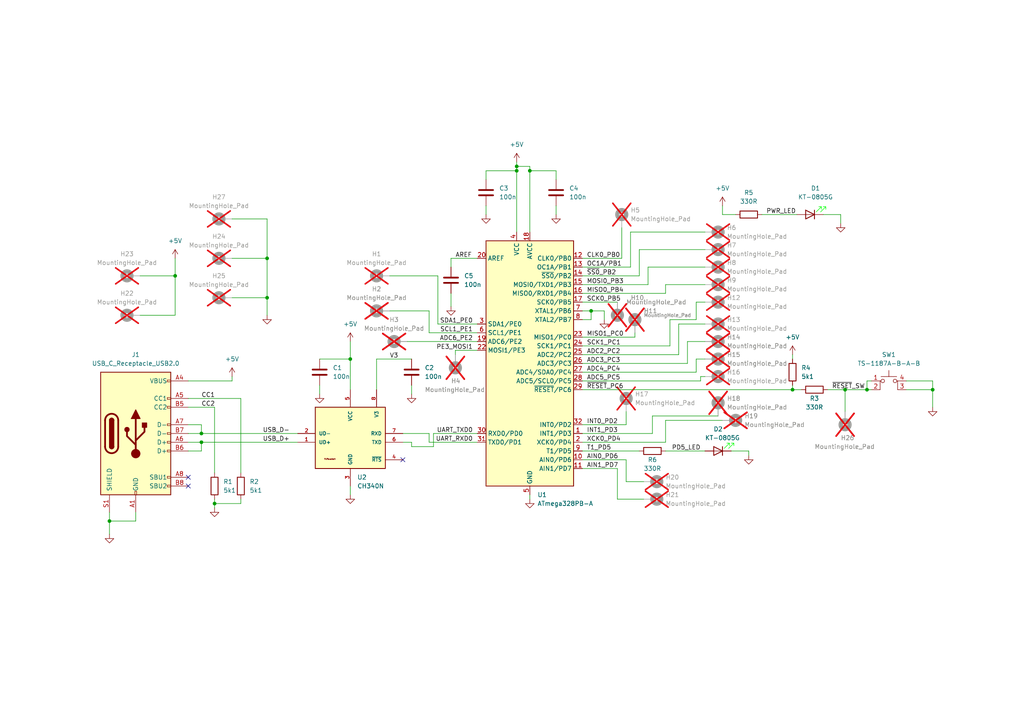
<source format=kicad_sch>
(kicad_sch (version 20231120) (generator "eeschema") (generator_version "8.0")
  (paper "A4")
  (lib_symbols
    (symbol "Connector:USB_C_Receptacle_USB2.0" (pin_names (offset 1.016))
      (property "Reference" "J" (at -10.16 19.05 0))
      (property "Value" "USB_C_Receptacle_USB2.0" (at 19.05 19.05 0))
      (symbol "USB_C_Receptacle_USB2.0_0_0"
        (rectangle (start -0.254 -17.78) (end 0.254 -16.764))
        (rectangle (start 10.16 -14.986) (end 9.144 -15.494))
        (rectangle (start 10.16 -12.446) (end 9.144 -12.954))
        (rectangle (start 10.16 -4.826) (end 9.144 -5.334))
        (rectangle (start 10.16 -2.286) (end 9.144 -2.794))
        (rectangle (start 10.16 0.254) (end 9.144 -0.254))
        (rectangle (start 10.16 2.794) (end 9.144 2.286))
        (rectangle (start 10.16 7.874) (end 9.144 7.366))
        (rectangle (start 10.16 10.414) (end 9.144 9.906))
        (rectangle (start 10.16 15.494) (end 9.144 14.986))
      )
      (symbol "USB_C_Receptacle_USB2.0_0_1"
        (rectangle (start -10.16 17.78) (end 10.16 -17.78) (stroke (width 0.254)) (fill (type background)))
        (arc (start -8.89 -3.81) (mid -6.985 -5.7067) (end -5.08 -3.81) (stroke (width 0.508)))
        (arc (start -7.62 -3.81) (mid -6.985 -4.4423) (end -6.35 -3.81) (stroke (width 0.254)))
        (arc (start -7.62 -3.81) (mid -6.985 -4.4423) (end -6.35 -3.81) (stroke (width 0.254)) (fill (type outline)))
        (rectangle (start -7.62 -3.81) (end -6.35 3.81) (stroke (width 0.254)) (fill (type outline)))
        (arc (start -6.35 3.81) (mid -6.985 4.4423) (end -7.62 3.81) (stroke (width 0.254)))
        (arc (start -6.35 3.81) (mid -6.985 4.4423) (end -7.62 3.81) (stroke (width 0.254)) (fill (type outline)))
        (arc (start -5.08 3.81) (mid -6.985 5.7067) (end -8.89 3.81) (stroke (width 0.508)))
        (circle (center -2.54 1.143) (radius 0.635) (stroke (width 0.254)) (fill (type outline)))
        (circle (center 0 -5.842) (radius 1.27) (fill (type outline)))
        (polyline (pts (xy -8.89 -3.81) (xy -8.89 3.81)) (stroke (width 0.508)))
        (polyline (pts (xy -5.08 3.81) (xy -5.08 -3.81)) (stroke (width 0.508)))
        (polyline (pts (xy 0 -5.842) (xy 0 4.318)) (stroke (width 0.508)))
        (polyline (pts (xy 0 -3.302) (xy -2.54 -0.762) (xy -2.54 0.508)) (stroke (width 0.508)))
        (polyline (pts (xy 0 -2.032) (xy 2.54 0.508) (xy 2.54 1.778)) (stroke (width 0.508)))
        (polyline (pts (xy -1.27 4.318) (xy 0 6.858) (xy 1.27 4.318) (xy -1.27 4.318)) (stroke (width 0.254)) (fill (type outline)))
        (rectangle (start 1.905 1.778) (end 3.175 3.048) (stroke (width 0.254)) (fill (type outline)))
      )
      (symbol "USB_C_Receptacle_USB2.0_1_1"
        (pin passive line (at 0 -22.86 90) (length 5.08) (name "GND") (number "A1"))
        (pin passive line (at 0 -22.86 90) (length 5.08) hide (name "GND") (number "A12"))
        (pin passive line (at 15.24 15.24 180) (length 5.08) (name "VBUS") (number "A4"))
        (pin bidirectional line (at 15.24 10.16 180) (length 5.08) (name "CC1") (number "A5"))
        (pin bidirectional line (at 15.24 -2.54 180) (length 5.08) (name "D+") (number "A6"))
        (pin bidirectional line (at 15.24 2.54 180) (length 5.08) (name "D-") (number "A7"))
        (pin bidirectional line (at 15.24 -12.7 180) (length 5.08) (name "SBU1") (number "A8"))
        (pin passive line (at 15.24 15.24 180) (length 5.08) hide (name "VBUS") (number "A9"))
        (pin passive line (at 0 -22.86 90) (length 5.08) hide (name "GND") (number "B1"))
        (pin passive line (at 0 -22.86 90) (length 5.08) hide (name "GND") (number "B12"))
        (pin passive line (at 15.24 15.24 180) (length 5.08) hide (name "VBUS") (number "B4"))
        (pin bidirectional line (at 15.24 7.62 180) (length 5.08) (name "CC2") (number "B5"))
        (pin bidirectional line (at 15.24 -5.08 180) (length 5.08) (name "D+") (number "B6"))
        (pin bidirectional line (at 15.24 0 180) (length 5.08) (name "D-") (number "B7"))
        (pin bidirectional line (at 15.24 -15.24 180) (length 5.08) (name "SBU2") (number "B8"))
        (pin passive line (at 15.24 15.24 180) (length 5.08) hide (name "VBUS") (number "B9"))
        (pin passive line (at -7.62 -22.86 90) (length 5.08) (name "SHIELD") (number "S1"))
      )
    )
    (symbol "Device:C" (pin_numbers hide) (pin_names (offset 0.254))
      (property "Reference" "C" (at 0.635 2.54 0))
      (property "Value" "C" (at 0.635 -2.54 0))
      (symbol "C_0_1"
        (polyline (pts (xy -2.032 -0.762) (xy 2.032 -0.762)) (stroke (width 0.508)))
        (polyline (pts (xy -2.032 0.762) (xy 2.032 0.762)) (stroke (width 0.508)))
      )
      (symbol "C_1_1"
        (pin passive line (at 0 3.81 270) (length 2.794) (name "~") (number "1"))
        (pin passive line (at 0 -3.81 90) (length 2.794) (name "~") (number "2"))
      )
    )
    (symbol "Device:R" (pin_numbers hide) (pin_names (offset 0))
      (property "Reference" "R" (at 2.032 0 90))
      (property "Value" "R" (at 0 0 90))
      (symbol "R_0_1"
        (rectangle (start -1.016 -2.54) (end 1.016 2.54) (stroke (width 0.254)))
      )
      (symbol "R_1_1"
        (pin passive line (at 0 3.81 270) (length 1.27) (name "~") (number "1"))
        (pin passive line (at 0 -3.81 90) (length 1.27) (name "~") (number "2"))
      )
    )
    (symbol "LED_1" (pin_numbers hide) (pin_names (offset 1.016) hide)
      (property "Reference" "D1" (at -1.5875 -7.62 0))
      (property "Value" "KT-0805G" (at -1.5875 -5.08 0))
      (symbol "LED_1_0_1"
        (polyline (pts (xy -1.27 -1.27) (xy -1.27 1.27)) (stroke (width 0.254)))
        (polyline (pts (xy -1.27 0) (xy 1.27 0)))
        (polyline (pts (xy 1.27 -1.27) (xy 1.27 1.27) (xy -1.27 0) (xy 1.27 -1.27)) (stroke (width 0.254)))
      )
      (symbol "LED_1_1_1"
        (polyline (pts (xy -3.048 -0.762) (xy -4.572 -2.286) (xy -3.81 -2.286) (xy -4.572 -2.286) (xy -4.572 -1.524)) (stroke (width 0) (color 0 255 0 1)))
        (polyline (pts (xy -1.778 -0.762) (xy -3.302 -2.286) (xy -2.54 -2.286) (xy -3.302 -2.286) (xy -3.302 -1.524)) (stroke (width 0) (color 0 255 0 1)))
        (pin passive line (at -3.81 0 0) (length 2.54) (name "K") (number "1"))
        (pin passive line (at 3.81 0 180) (length 2.54) (name "A") (number "2"))
      )
    )
    (symbol "Mechanical:MountingHole_Pad" (pin_numbers hide) (pin_names (offset 1.016) hide)
      (property "Reference" "H" (at 0 6.35 0))
      (property "Value" "MountingHole_Pad" (at 0 4.445 0))
      (symbol "MountingHole_Pad_0_1"
        (circle (center 0 1.27) (radius 1.27) (stroke (width 1.27)))
      )
      (symbol "MountingHole_Pad_1_1"
        (pin input line (at 0 -2.54 90) (length 2.54) (name "1") (number "1"))
      )
    )
    (symbol "Switch:SW_MEC_5E" (pin_names (offset 1.016) hide)
      (property "Reference" "SW" (at 0.635 5.715 0))
      (property "Value" "SW_MEC_5E" (at 0 -3.175 0))
      (symbol "SW_MEC_5E_0_1"
        (circle (center -1.778 2.54) (radius 0.508))
        (polyline (pts (xy -2.286 3.81) (xy 2.286 3.81)))
        (polyline (pts (xy 0 3.81) (xy 0 5.588)))
        (polyline (pts (xy -2.54 0) (xy -2.54 2.54) (xy -2.286 2.54)))
        (polyline (pts (xy 2.54 0) (xy 2.54 2.54) (xy 2.286 2.54)))
        (circle (center 1.778 2.54) (radius 0.508))
        (pin passive line (at -5.08 2.54 0) (length 2.54) (name "1") (number "1"))
        (pin passive line (at -5.08 0 0) (length 2.54) (name "2") (number "2"))
        (pin passive line (at 5.08 0 180) (length 2.54) (name "K") (number "3"))
        (pin passive line (at 5.08 2.54 180) (length 2.54) (name "A") (number "4"))
      )
    )
    (symbol "arduinomethyste:ATmega328PB-A"
      (property "Reference" "U" (at -12.7 36.83 0))
      (property "Value" "ATmega328PB-A" (at 2.54 -36.83 0))
      (symbol "ATmega328PB-A_0_1"
        (rectangle (start -12.7 35.56) (end 12.7 -35.56) (stroke (width 0.254)) (fill (type background)))
      )
      (symbol "ATmega328PB-A_1_1"
        (pin bidirectional line (at 15.24 -20.32 180) (length 2.54) (name "INT1/PD3") (number "1"))
        (pin bidirectional line (at 15.24 -27.94 180) (length 2.54) (name "AIN0/PD6") (number "10"))
        (pin bidirectional line (at 15.24 -30.48 180) (length 2.54) (name "AIN1/PD7") (number "11"))
        (pin bidirectional line (at 15.24 30.48 180) (length 2.54) (name "CLK0/PB0") (number "12"))
        (pin bidirectional line (at 15.24 27.94 180) (length 2.54) (name "OC1A/PB1") (number "13"))
        (pin bidirectional line (at 15.24 25.4 180) (length 2.54) (name "~{SS0}/PB2") (number "14"))
        (pin bidirectional line (at 15.24 22.86 180) (length 2.54) (name "MOSI0/TXD1/PB3") (number "15"))
        (pin bidirectional line (at 15.24 20.32 180) (length 2.54) (name "MISO0/RXD1/PB4") (number "16"))
        (pin bidirectional line (at 15.24 17.78 180) (length 2.54) (name "SCK0/PB5") (number "17"))
        (pin power_in line (at 0 38.1 270) (length 2.54) (name "AVCC") (number "18"))
        (pin bidirectional line (at -15.24 6.35 0) (length 2.54) (name "ADC6/PE2") (number "19"))
        (pin bidirectional line (at 15.24 -22.86 180) (length 2.54) (name "XCK0/PD4") (number "2"))
        (pin passive line (at -15.24 30.48 0) (length 2.54) (name "AREF") (number "20"))
        (pin passive line (at 0 -38.1 90) (length 2.54) hide (name "GND") (number "21"))
        (pin bidirectional line (at -15.24 3.81 0) (length 2.54) (name "MOSI1/PE3") (number "22"))
        (pin bidirectional line (at 15.24 7.62 180) (length 2.54) (name "MISO1/PC0") (number "23"))
        (pin bidirectional line (at 15.24 5.08 180) (length 2.54) (name "SCK1/PC1") (number "24"))
        (pin bidirectional line (at 15.24 2.54 180) (length 2.54) (name "ADC2/PC2") (number "25"))
        (pin bidirectional line (at 15.24 0 180) (length 2.54) (name "ADC3/PC3") (number "26"))
        (pin bidirectional line (at 15.24 -2.54 180) (length 2.54) (name "ADC4/SDA0/PC4") (number "27"))
        (pin bidirectional line (at 15.24 -5.08 180) (length 2.54) (name "ADC5/SCL0/PC5") (number "28"))
        (pin bidirectional line (at 15.24 -7.62 180) (length 2.54) (name "~{RESET}/PC6") (number "29"))
        (pin bidirectional line (at -15.24 11.43 0) (length 2.54) (name "SDA1/PE0") (number "3"))
        (pin bidirectional line (at -15.24 -20.32 0) (length 2.54) (name "RXD0/PD0") (number "30"))
        (pin bidirectional line (at -15.24 -22.86 0) (length 2.54) (name "TXD0/PD1") (number "31"))
        (pin bidirectional line (at 15.24 -17.78 180) (length 2.54) (name "INT0/PD2") (number "32"))
        (pin power_in line (at -3.81 38.1 270) (length 2.54) (name "VCC") (number "4"))
        (pin power_in line (at 0 -38.1 90) (length 2.54) (name "GND") (number "5"))
        (pin bidirectional line (at -15.24 8.89 0) (length 2.54) (name "SCL1/PE1") (number "6"))
        (pin bidirectional line (at 15.24 15.24 180) (length 2.54) (name "XTAL1/PB6") (number "7"))
        (pin bidirectional line (at 15.24 12.7 180) (length 2.54) (name "XTAL2/PB7") (number "8"))
        (pin bidirectional line (at 15.24 -25.4 180) (length 2.54) (name "T1/PD5") (number "9"))
      )
    )
    (symbol "arduinomethyste:CH340N" (pin_names (offset 1.016))
      (property "Reference" "U" (at -12.7 12.7 0))
      (property "Value" "CH340N" (at -12.7 -12.7 0))
      (symbol "CH340N_0_0"
        (rectangle (start -10.16 -7.62) (end 10.16 10.16) (stroke (width 0.254)) (fill (type background)))
        (text "M.Rouabah" (at -7.62 -5.08 0) (effects (font (size 0.4064 0.4064)) (justify left bottom)))
        (pin bidirectional line (at -15.24 0 0) (length 5.08) (name "UD+") (number "1"))
        (pin bidirectional line (at -15.24 2.54 0) (length 5.08) (name "UD-") (number "2"))
        (pin power_in line (at 0 -12.7 90) (length 5.08) (name "GND") (number "3"))
        (pin output line (at 15.24 -5.08 180) (length 5.08) (name "~{RTS}") (number "4"))
        (pin power_in line (at 0 15.24 270) (length 5.08) (name "VCC") (number "5"))
        (pin output line (at 15.24 0 180) (length 5.08) (name "TXD") (number "6"))
        (pin input line (at 15.24 2.54 180) (length 5.08) (name "RXD") (number "7"))
        (pin power_in line (at 7.62 15.24 270) (length 5.08) (name "V3") (number "8"))
      )
    )
    (symbol "power:+5V" (power) (pin_names (offset 0))
      (property "Value" "+5V" (at 0 3.556 0))
      (symbol "+5V_0_1"
        (polyline (pts (xy -0.762 1.27) (xy 0 2.54)))
        (polyline (pts (xy 0 0) (xy 0 2.54)))
        (polyline (pts (xy 0 2.54) (xy 0.762 1.27)))
      )
      (symbol "+5V_1_1"
        (pin power_in line (at 0 0 90) (length 0) hide (name "+5V") (number "1"))
      )
    )
    (symbol "power:GND" (power) (pin_names (offset 0))
      (property "Value" "GND" (at 0 -3.81 0))
      (symbol "GND_0_1"
        (polyline (pts (xy 0 0) (xy 0 -1.27) (xy 1.27 -1.27) (xy 0 -2.54) (xy -1.27 -1.27) (xy 0 -1.27)))
      )
      (symbol "GND_1_1"
        (pin power_in line (at 0 0 270) (length 0) hide (name "GND") (number "1"))
      )
    )
  )
  (junction (at 245.11 113.03))
  (junction (at 77.47 86.36))
  (junction (at 62.23 146.05))
  (junction (at 149.86 48.26))
  (junction (at 149.86 49.53))
  (junction (at 270.51 113.03))
  (junction (at 229.87 113.03))
  (junction (at 58.42 125.73))
  (junction (at 153.67 49.53))
  (junction (at 101.6 104.14))
  (junction (at 58.42 128.27))
  (junction (at 31.75 151.13))
  (junction (at 50.8 80.01))
  (junction (at 77.47 74.93))
  (junction (at 251.46 113.03))
  (junction (at 171.45 90.17))
  (no_connect (at 54.61 140.97))
  (no_connect (at 54.61 138.43))
  (no_connect (at 116.84 133.35))
  (wire (pts (xy 92.71 111.76) (xy 92.71 114.3)))
  (wire (pts (xy 184.15 96.52) (xy 184.15 97.79)))
  (wire (pts (xy 203.2 110.49) (xy 203.2 109.22)))
  (wire (pts (xy 193.04 82.55) (xy 204.47 82.55)))
  (wire (pts (xy 77.47 74.93) (xy 77.47 86.36)))
  (wire (pts (xy 54.61 123.19) (xy 58.42 123.19)))
  (wire (pts (xy 238.76 62.23) (xy 243.84 62.23)))
  (wire (pts (xy 168.91 105.41) (xy 199.39 105.41)))
  (wire (pts (xy 187.96 77.47) (xy 204.47 77.47)))
  (wire (pts (xy 127 93.98) (xy 138.43 93.98)))
  (wire (pts (xy 168.91 100.33) (xy 194.31 100.33)))
  (wire (pts (xy 252.73 110.49) (xy 251.46 110.49)))
  (wire (pts (xy 179.07 144.78) (xy 186.69 144.78)))
  (wire (pts (xy 229.87 113.03) (xy 232.41 113.03)))
  (wire (pts (xy 101.6 140.97) (xy 101.6 143.51)))
  (wire (pts (xy 119.38 128.27) (xy 116.84 128.27)))
  (wire (pts (xy 201.93 92.71) (xy 201.93 87.63)))
  (wire (pts (xy 118.11 99.06) (xy 138.43 99.06)))
  (wire (pts (xy 212.09 130.81) (xy 217.17 130.81)))
  (wire (pts (xy 168.91 80.01) (xy 185.42 80.01)))
  (wire (pts (xy 125.73 129.54) (xy 119.38 129.54)))
  (wire (pts (xy 149.86 49.53) (xy 149.86 67.31)))
  (wire (pts (xy 125.73 125.73) (xy 125.73 129.54)))
  (wire (pts (xy 130.81 85.09) (xy 130.81 88.9)))
  (wire (pts (xy 168.91 110.49) (xy 203.2 110.49)))
  (wire (pts (xy 168.91 107.95) (xy 201.93 107.95)))
  (wire (pts (xy 69.85 144.78) (xy 69.85 146.05)))
  (wire (pts (xy 153.67 49.53) (xy 161.29 49.53)))
  (wire (pts (xy 209.55 59.69) (xy 209.55 62.23)))
  (wire (pts (xy 161.29 49.53) (xy 161.29 52.07)))
  (wire (pts (xy 67.31 74.93) (xy 77.47 74.93)))
  (wire (pts (xy 245.11 113.03) (xy 251.46 113.03)))
  (wire (pts (xy 168.91 113.03) (xy 229.87 113.03)))
  (wire (pts (xy 209.55 62.23) (xy 213.36 62.23)))
  (wire (pts (xy 168.91 135.89) (xy 179.07 135.89)))
  (wire (pts (xy 189.23 120.65) (xy 208.28 120.65)))
  (wire (pts (xy 77.47 63.5) (xy 77.47 74.93)))
  (wire (pts (xy 153.67 143.51) (xy 153.67 144.78)))
  (wire (pts (xy 124.46 90.17) (xy 113.03 90.17)))
  (wire (pts (xy 201.93 107.95) (xy 201.93 104.14)))
  (wire (pts (xy 50.8 80.01) (xy 50.8 74.93)))
  (wire (pts (xy 171.45 92.71) (xy 171.45 90.17)))
  (wire (pts (xy 140.97 59.69) (xy 140.97 62.23)))
  (wire (pts (xy 196.85 93.98) (xy 196.85 102.87)))
  (wire (pts (xy 168.91 125.73) (xy 189.23 125.73)))
  (wire (pts (xy 101.6 99.06) (xy 101.6 104.14)))
  (wire (pts (xy 132.08 101.6) (xy 132.08 102.87)))
  (wire (pts (xy 101.6 104.14) (xy 101.6 113.03)))
  (wire (pts (xy 40.64 80.01) (xy 50.8 80.01)))
  (wire (pts (xy 58.42 130.81) (xy 58.42 128.27)))
  (wire (pts (xy 153.67 49.53) (xy 153.67 48.26)))
  (wire (pts (xy 185.42 72.39) (xy 204.47 72.39)))
  (wire (pts (xy 168.91 123.19) (xy 181.61 123.19)))
  (wire (pts (xy 109.22 113.03) (xy 109.22 104.14)))
  (wire (pts (xy 62.23 146.05) (xy 62.23 147.32)))
  (wire (pts (xy 124.46 128.27) (xy 124.46 125.73)))
  (wire (pts (xy 168.91 74.93) (xy 180.34 74.93)))
  (wire (pts (xy 69.85 146.05) (xy 62.23 146.05)))
  (wire (pts (xy 132.08 101.6) (xy 138.43 101.6)))
  (wire (pts (xy 217.17 130.81) (xy 217.17 132.08)))
  (wire (pts (xy 240.03 113.03) (xy 245.11 113.03)))
  (wire (pts (xy 229.87 111.76) (xy 229.87 113.03)))
  (wire (pts (xy 184.15 97.79) (xy 168.91 97.79)))
  (wire (pts (xy 181.61 139.7) (xy 186.69 139.7)))
  (wire (pts (xy 168.91 130.81) (xy 185.42 130.81)))
  (wire (pts (xy 54.61 125.73) (xy 58.42 125.73)))
  (wire (pts (xy 31.75 148.59) (xy 31.75 151.13)))
  (wire (pts (xy 109.22 104.14) (xy 119.38 104.14)))
  (wire (pts (xy 138.43 74.93) (xy 130.81 74.93)))
  (wire (pts (xy 182.88 77.47) (xy 182.88 67.31)))
  (wire (pts (xy 58.42 128.27) (xy 86.36 128.27)))
  (wire (pts (xy 92.71 104.14) (xy 101.6 104.14)))
  (wire (pts (xy 138.43 125.73) (xy 125.73 125.73)))
  (wire (pts (xy 243.84 62.23) (xy 243.84 64.77)))
  (wire (pts (xy 229.87 102.87) (xy 229.87 104.14)))
  (wire (pts (xy 181.61 123.19) (xy 181.61 119.38)))
  (wire (pts (xy 168.91 77.47) (xy 182.88 77.47)))
  (wire (pts (xy 62.23 118.11) (xy 62.23 137.16)))
  (wire (pts (xy 127 80.01) (xy 127 93.98)))
  (wire (pts (xy 54.61 110.49) (xy 67.31 110.49)))
  (wire (pts (xy 62.23 144.78) (xy 62.23 146.05)))
  (wire (pts (xy 67.31 86.36) (xy 77.47 86.36)))
  (wire (pts (xy 40.64 91.44) (xy 50.8 91.44)))
  (wire (pts (xy 149.86 48.26) (xy 149.86 49.53)))
  (wire (pts (xy 67.31 110.49) (xy 67.31 109.22)))
  (wire (pts (xy 140.97 52.07) (xy 140.97 49.53)))
  (wire (pts (xy 185.42 80.01) (xy 185.42 72.39)))
  (wire (pts (xy 181.61 133.35) (xy 181.61 139.7)))
  (wire (pts (xy 199.39 105.41) (xy 199.39 99.06)))
  (wire (pts (xy 77.47 86.36) (xy 77.47 91.44)))
  (wire (pts (xy 168.91 82.55) (xy 187.96 82.55)))
  (wire (pts (xy 193.04 130.81) (xy 204.47 130.81)))
  (wire (pts (xy 175.26 90.17) (xy 175.26 92.71)))
  (wire (pts (xy 153.67 48.26) (xy 149.86 48.26)))
  (wire (pts (xy 194.31 92.71) (xy 201.93 92.71)))
  (wire (pts (xy 39.37 151.13) (xy 31.75 151.13)))
  (wire (pts (xy 168.91 133.35) (xy 181.61 133.35)))
  (wire (pts (xy 168.91 85.09) (xy 193.04 85.09)))
  (wire (pts (xy 193.04 121.92) (xy 209.55 121.92)))
  (wire (pts (xy 201.93 87.63) (xy 204.47 87.63)))
  (wire (pts (xy 54.61 128.27) (xy 58.42 128.27)))
  (wire (pts (xy 124.46 96.52) (xy 124.46 90.17)))
  (wire (pts (xy 50.8 91.44) (xy 50.8 80.01)))
  (wire (pts (xy 124.46 96.52) (xy 138.43 96.52)))
  (wire (pts (xy 67.31 63.5) (xy 77.47 63.5)))
  (wire (pts (xy 171.45 90.17) (xy 175.26 90.17)))
  (wire (pts (xy 251.46 113.03) (xy 252.73 113.03)))
  (wire (pts (xy 54.61 118.11) (xy 62.23 118.11)))
  (wire (pts (xy 69.85 115.57) (xy 69.85 137.16)))
  (wire (pts (xy 54.61 115.57) (xy 69.85 115.57)))
  (wire (pts (xy 54.61 130.81) (xy 58.42 130.81)))
  (wire (pts (xy 149.86 46.99) (xy 149.86 48.26)))
  (wire (pts (xy 168.91 90.17) (xy 171.45 90.17)))
  (wire (pts (xy 153.67 49.53) (xy 153.67 67.31)))
  (wire (pts (xy 168.91 128.27) (xy 193.04 128.27)))
  (wire (pts (xy 130.81 74.93) (xy 130.81 77.47)))
  (wire (pts (xy 58.42 123.19) (xy 58.42 125.73)))
  (wire (pts (xy 194.31 92.71) (xy 194.31 100.33)))
  (wire (pts (xy 39.37 148.59) (xy 39.37 151.13)))
  (wire (pts (xy 140.97 49.53) (xy 149.86 49.53)))
  (wire (pts (xy 113.03 80.01) (xy 127 80.01)))
  (wire (pts (xy 182.88 67.31) (xy 204.47 67.31)))
  (wire (pts (xy 58.42 125.73) (xy 86.36 125.73)))
  (wire (pts (xy 168.91 92.71) (xy 171.45 92.71)))
  (wire (pts (xy 138.43 128.27) (xy 124.46 128.27)))
  (wire (pts (xy 196.85 93.98) (xy 204.47 93.98)))
  (wire (pts (xy 262.89 113.03) (xy 270.51 113.03)))
  (wire (pts (xy 31.75 151.13) (xy 31.75 154.94)))
  (wire (pts (xy 193.04 128.27) (xy 193.04 121.92)))
  (wire (pts (xy 262.89 110.49) (xy 270.51 110.49)))
  (wire (pts (xy 168.91 87.63) (xy 179.07 87.63)))
  (wire (pts (xy 270.51 110.49) (xy 270.51 113.03)))
  (wire (pts (xy 199.39 99.06) (xy 204.47 99.06)))
  (wire (pts (xy 270.51 113.03) (xy 270.51 118.11)))
  (wire (pts (xy 161.29 59.69) (xy 161.29 62.23)))
  (wire (pts (xy 201.93 104.14) (xy 204.47 104.14)))
  (wire (pts (xy 251.46 110.49) (xy 251.46 113.03)))
  (wire (pts (xy 245.11 113.03) (xy 245.11 119.38)))
  (wire (pts (xy 119.38 129.54) (xy 119.38 128.27)))
  (wire (pts (xy 187.96 82.55) (xy 187.96 77.47)))
  (wire (pts (xy 203.2 109.22) (xy 204.47 109.22)))
  (wire (pts (xy 189.23 125.73) (xy 189.23 120.65)))
  (wire (pts (xy 180.34 74.93) (xy 180.34 66.04)))
  (wire (pts (xy 220.98 62.23) (xy 231.14 62.23)))
  (wire (pts (xy 193.04 85.09) (xy 193.04 82.55)))
  (wire (pts (xy 124.46 125.73) (xy 116.84 125.73)))
  (wire (pts (xy 119.38 111.76) (xy 119.38 114.3)))
  (wire (pts (xy 179.07 135.89) (xy 179.07 144.78)))
  (wire (pts (xy 168.91 102.87) (xy 196.85 102.87)))
  (label "SCK0_PB5" (at 170.18 87.63 0))
  (label "CC1" (at 58.42 115.57 0))
  (label "UART_TXD0" (at 137.16 125.73 180))
  (label "ADC2_PC2" (at 170.18 102.87 0))
  (label "SCK1_PC1" (at 170.18 100.33 0))
  (label "ADC6_PE2" (at 137.16 99.06 180))
  (label "XCK0_PD4" (at 170.18 128.27 0))
  (label "AIN1_PD7" (at 170.18 135.89 0))
  (label "SCL1_PE1" (at 137.16 96.52 180))
  (label "PWR_LED" (at 222.25 62.23 0))
  (label "UART_RXD0" (at 137.16 128.27 180))
  (label "MISO0_PB4" (at 170.18 85.09 0))
  (label "T1_PD5" (at 170.18 130.81 0))
  (label "ADC3_PC3" (at 170.18 105.41 0))
  (label "ADC5_PC5" (at 170.18 110.49 0))
  (label "CLK0_PB0" (at 170.18 74.93 0))
  (label "AREF" (at 132.08 74.93 0))
  (label "INT1_PD3" (at 170.18 125.73 0))
  (label "USB_D+" (at 76.2 128.27 0))
  (label "ADC4_PC4" (at 170.18 107.95 0))
  (label "~{SS0}_PB2" (at 170.18 80.01 0))
  (label "V3" (at 113.03 104.14 0))
  (label "~{RESET}_PC6" (at 170.18 113.03 0))
  (label "USB_D-" (at 76.2 125.73 0))
  (label "PD5_LED" (at 203.2 130.81 180))
  (label "INT0_PD2" (at 170.18 123.19 0))
  (label "AIN0_PD6" (at 170.18 133.35 0))
  (label "CC2" (at 58.42 118.11 0))
  (label "SDA1_PE0" (at 137.16 93.98 180))
  (label "MISO1_PC0" (at 170.18 97.79 0))
  (label "~{RESET}_SW" (at 241.3 113.03 0))
  (label "MOSI0_PB3" (at 170.18 82.55 0))
  (label "OC1A{slash}PB1" (at 170.18 77.47 0))
  (label "PE3_MOSI1" (at 137.16 101.6 180))
  (symbol (lib_id "Mechanical:MountingHole_Pad") (at 207.01 93.98 270) (unit 1) (in_bom no) (dnp yes)
    (property "Reference" "H13" (at 210.82 92.71 90) (effects (justify left)))
    (property "Value" "MountingHole_Pad" (at 210.82 95.25 90) (effects (justify left)))
    (property "Footprint" "arduinomethyste:Pin_D0.7mm_L6.5mm_W1.8mm_FlatFork" (effects (hide yes)))
    (property "Datasheet" "X" (effects (hide yes)))
    (property "JLCPCB Position Offset" "0,0" (effects (hide yes)))
    (property "JLCPCB Rotation Offset" "0" (effects (hide yes)))
    (property "LCSC Part #" "X" (effects (hide yes)))
  )
  (symbol (lib_id "Device:R") (at 236.22 113.03 90) (unit 1)
    (property "Reference" "R3" (at 236.22 115.57 90))
    (property "Value" "330R" (at 236.22 118.11 90))
    (property "Footprint" "Resistor_SMD:R_0402_1005Metric" (effects (hide yes)))
    (property "Datasheet" "https://wmsc.lcsc.com/wmsc/upload/file/pdf/v2/lcsc/2205311900_UNI-ROYAL-Uniroyal-Elec-0402WGF3300TCE_C25104.pdf" (effects (hide yes)))
    (property "JLCPCB Position Offset" "0,0" (effects (hide yes)))
    (property "JLCPCB Rotation Offset" "0" (effects (hide yes)))
    (property "LCSC Part #" "C25104" (effects (hide yes)))
  )
  (symbol (lib_id "Mechanical:MountingHole_Pad") (at 245.11 121.92 180) (unit 1) (in_bom no) (dnp yes)
    (property "Reference" "H26" (at 243.84 127 0) (effects (justify right)))
    (property "Value" "MountingHole_Pad" (at 236.22 129.54 0) (effects (justify right)))
    (property "Footprint" "arduinomethyste:Pin_D0.7mm_L6.5mm_W1.8mm_FlatFork" (effects (hide yes)))
    (property "Datasheet" "X" (effects (hide yes)))
    (property "JLCPCB Position Offset" "0,0" (effects (hide yes)))
    (property "JLCPCB Rotation Offset" "0" (effects (hide yes)))
    (property "LCSC Part #" "X" (effects (hide yes)))
  )
  (symbol (lib_id "Device:C") (at 140.97 55.88 180) (unit 1)
    (property "Reference" "C3" (at 144.78 54.61 0) (effects (justify right)))
    (property "Value" "100n" (at 144.78 57.15 0) (effects (justify right)))
    (property "Footprint" "Capacitor_SMD:C_0402_1005Metric" (effects (hide yes)))
    (property "Datasheet" "https://wmsc.lcsc.com/wmsc/upload/file/pdf/v2/lcsc/2304140030_Samsung-Electro-Mechanics-CL05B104KO5NNNC_C1525.pdf" (effects (hide yes)))
    (property "JLCPCB Position Offset" "0,0" (effects (hide yes)))
    (property "JLCPCB Rotation Offset" "0" (effects (hide yes)))
    (property "LCSC Part #" "C1525" (effects (hide yes)))
  )
  (symbol (lib_id "Device:R") (at 69.85 140.97 0) (unit 1)
    (property "Reference" "R2" (at 72.39 139.7 0) (effects (justify left)))
    (property "Value" "5k1" (at 72.39 142.24 0) (effects (justify left)))
    (property "Footprint" "Resistor_SMD:R_0402_1005Metric" (effects (hide yes)))
    (property "Datasheet" "https://wmsc.lcsc.com/wmsc/upload/file/pdf/v2/lcsc/2206010045_UNI-ROYAL-Uniroyal-Elec-0402WGF5101TCE_C25905.pdf" (effects (hide yes)))
    (property "JLCPCB Position Offset" "0,0" (effects (hide yes)))
    (property "JLCPCB Rotation Offset" "0" (effects (hide yes)))
    (property "LCSC Part #" "C25905" (effects (hide yes)))
  )
  (symbol (lib_id "Device:C") (at 119.38 107.95 0) (unit 1)
    (property "Reference" "C2" (at 123.19 106.68 0) (effects (justify left)))
    (property "Value" "100n" (at 123.19 109.22 0) (effects (justify left)))
    (property "Footprint" "Capacitor_SMD:C_0402_1005Metric" (effects (hide yes)))
    (property "Datasheet" "https://wmsc.lcsc.com/wmsc/upload/file/pdf/v2/lcsc/2304140030_Samsung-Electro-Mechanics-CL05B104KO5NNNC_C1525.pdf" (effects (hide yes)))
    (property "JLCPCB Position Offset" "0,0" (effects (hide yes)))
    (property "JLCPCB Rotation Offset" "0" (effects (hide yes)))
    (property "LCSC Part #" "C1525" (effects (hide yes)))
  )
  (symbol (lib_id "Mechanical:MountingHole_Pad") (at 38.1 80.01 90) (unit 1) (in_bom no) (dnp yes)
    (property "Reference" "H23" (at 36.83 73.66 90))
    (property "Value" "MountingHole_Pad" (at 36.83 76.2 90))
    (property "Footprint" "arduinomethyste:Pin_D0.7mm_L6.5mm_W1.8mm_FlatFork" (effects (hide yes)))
    (property "Datasheet" "X" (effects (hide yes)))
    (property "JLCPCB Position Offset" "0,0" (effects (hide yes)))
    (property "JLCPCB Rotation Offset" "0" (effects (hide yes)))
    (property "LCSC Part #" "X" (effects (hide yes)))
  )
  (symbol (lib_id "power:GND") (at 130.81 88.9 0) (unit 1)
    (property "Reference" "#PWR013" (effects (hide yes)))
    (property "Value" "GND" (effects (hide yes)))
  )
  (symbol (lib_id "Device:R") (at 189.23 130.81 90) (unit 1)
    (property "Reference" "R6" (at 189.23 133.35 90))
    (property "Value" "330R" (at 189.23 135.89 90))
    (property "Footprint" "Resistor_SMD:R_0402_1005Metric" (effects (hide yes)))
    (property "Datasheet" "https://wmsc.lcsc.com/wmsc/upload/file/pdf/v2/lcsc/2205311900_UNI-ROYAL-Uniroyal-Elec-0402WGF3300TCE_C25104.pdf" (effects (hide yes)))
    (property "JLCPCB Position Offset" "0,0" (effects (hide yes)))
    (property "JLCPCB Rotation Offset" "0" (effects (hide yes)))
    (property "LCSC Part #" "C25104" (effects (hide yes)))
  )
  (symbol (lib_id "Mechanical:MountingHole_Pad") (at 64.77 86.36 90) (unit 1) (in_bom no) (dnp yes)
    (property "Reference" "H25" (at 63.5 80.01 90))
    (property "Value" "MountingHole_Pad" (at 63.5 82.55 90))
    (property "Footprint" "arduinomethyste:Pin_D0.7mm_L6.5mm_W1.8mm_FlatFork" (effects (hide yes)))
    (property "Datasheet" "X" (effects (hide yes)))
    (property "JLCPCB Position Offset" "0,0" (effects (hide yes)))
    (property "JLCPCB Rotation Offset" "0" (effects (hide yes)))
    (property "LCSC Part #" "X" (effects (hide yes)))
  )
  (symbol (lib_id "power:GND") (at 77.47 91.44 0) (unit 1)
    (property "Reference" "#PWR020" (effects (hide yes)))
    (property "Value" "GND" (effects (hide yes)))
  )
  (symbol (lib_id "Device:R") (at 62.23 140.97 0) (unit 1)
    (property "Reference" "R1" (at 64.77 139.7 0) (effects (justify left)))
    (property "Value" "5k1" (at 64.77 142.24 0) (effects (justify left)))
    (property "Footprint" "Resistor_SMD:R_0402_1005Metric" (effects (hide yes)))
    (property "Datasheet" "https://wmsc.lcsc.com/wmsc/upload/file/pdf/v2/lcsc/2206010045_UNI-ROYAL-Uniroyal-Elec-0402WGF5101TCE_C25905.pdf" (effects (hide yes)))
    (property "JLCPCB Position Offset" "0,0" (effects (hide yes)))
    (property "JLCPCB Rotation Offset" "0" (effects (hide yes)))
    (property "LCSC Part #" "C25905" (effects (hide yes)))
  )
  (symbol (lib_name "LED_1") (lib_id "Device:LED") (at 234.95 62.23 180) (unit 1)
    (property "Reference" "D1" (at 236.5375 54.61 0))
    (property "Value" "KT-0805G" (at 236.5375 57.15 0))
    (property "Footprint" "Capacitor_SMD:C_0805_2012Metric" (effects (hide yes)))
    (property "Datasheet" "https://wmsc.lcsc.com/wmsc/upload/file/pdf/v2/lcsc/1806151820_Hubei-KENTO-Elec-KT-0805G_C2297.pdf" (effects (hide yes)))
    (property "JLCPCB Position Offset" "0,0" (effects (hide yes)))
    (property "JLCPCB Rotation Offset" "0" (effects (hide yes)))
    (property "LCSC Part #" "C2297" (effects (hide yes)))
  )
  (symbol (lib_id "Device:R") (at 229.87 107.95 0) (unit 1)
    (property "Reference" "R4" (at 232.41 106.68 0) (effects (justify left)))
    (property "Value" "5k1" (at 232.41 109.22 0) (effects (justify left)))
    (property "Footprint" "Resistor_SMD:R_0402_1005Metric" (effects (hide yes)))
    (property "Datasheet" "https://wmsc.lcsc.com/wmsc/upload/file/pdf/v2/lcsc/2206010045_UNI-ROYAL-Uniroyal-Elec-0402WGF5101TCE_C25905.pdf" (effects (hide yes)))
    (property "JLCPCB Position Offset" "0,0" (effects (hide yes)))
    (property "JLCPCB Rotation Offset" "0" (effects (hide yes)))
    (property "LCSC Part #" "C25905" (effects (hide yes)))
  )
  (symbol (lib_id "Mechanical:MountingHole_Pad") (at 115.57 99.06 90) (unit 1) (in_bom no) (dnp yes)
    (property "Reference" "H3" (at 114.3 92.71 90))
    (property "Value" "MountingHole_Pad" (at 114.3 95.25 90))
    (property "Footprint" "arduinomethyste:Pin_D0.7mm_L6.5mm_W1.8mm_FlatFork" (effects (hide yes)))
    (property "Datasheet" "X" (effects (hide yes)))
    (property "JLCPCB Position Offset" "0,0" (effects (hide yes)))
    (property "JLCPCB Rotation Offset" "0" (effects (hide yes)))
    (property "LCSC Part #" "X" (effects (hide yes)))
  )
  (symbol (lib_id "power:+5V") (at 67.31 109.22 0) (unit 1)
    (property "Reference" "#PWR06" (effects (hide yes)))
    (property "Value" "+5V" (at 67.31 104.14 0))
  )
  (symbol (lib_id "power:+5V") (at 209.55 59.69 0) (unit 1)
    (property "Reference" "#PWR016" (effects (hide yes)))
    (property "Value" "+5V" (at 209.55 54.61 0))
  )
  (symbol (lib_id "Mechanical:MountingHole_Pad") (at 207.01 104.14 270) (unit 1) (in_bom no) (dnp yes)
    (property "Reference" "H15" (at 210.82 102.87 90) (effects (justify left)))
    (property "Value" "MountingHole_Pad" (at 210.82 105.41 90) (effects (justify left)))
    (property "Footprint" "arduinomethyste:Pin_D0.7mm_L6.5mm_W1.8mm_FlatFork" (effects (hide yes)))
    (property "Datasheet" "X" (effects (hide yes)))
    (property "JLCPCB Position Offset" "0,0" (effects (hide yes)))
    (property "JLCPCB Rotation Offset" "0" (effects (hide yes)))
    (property "LCSC Part #" "X" (effects (hide yes)))
  )
  (symbol (lib_id "Mechanical:MountingHole_Pad") (at 64.77 63.5 90) (unit 1) (in_bom no) (dnp yes)
    (property "Reference" "H27" (at 63.5 57.15 90))
    (property "Value" "MountingHole_Pad" (at 63.5 59.69 90))
    (property "Footprint" "arduinomethyste:Pin_D0.7mm_L6.5mm_W1.8mm_FlatFork" (effects (hide yes)))
    (property "Datasheet" "X" (effects (hide yes)))
    (property "JLCPCB Position Offset" "0,0" (effects (hide yes)))
    (property "JLCPCB Rotation Offset" "0" (effects (hide yes)))
    (property "LCSC Part #" "X" (effects (hide yes)))
  )
  (symbol (lib_id "power:GND") (at 175.26 92.71 0) (unit 1)
    (property "Reference" "#PWR010" (effects (hide yes)))
    (property "Value" "GND" (effects (hide yes)))
  )
  (symbol (lib_id "power:GND") (at 119.38 114.3 0) (unit 1)
    (property "Reference" "#PWR04" (effects (hide yes)))
    (property "Value" "GND" (effects (hide yes)))
  )
  (symbol (lib_id "Mechanical:MountingHole_Pad") (at 207.01 87.63 270) (unit 1) (in_bom no) (dnp yes)
    (property "Reference" "H12" (at 210.82 86.36 90) (effects (justify left)))
    (property "Value" "MountingHole_Pad" (at 210.82 88.9 90) (effects (justify left)))
    (property "Footprint" "arduinomethyste:Pin_D0.7mm_L6.5mm_W1.8mm_FlatFork" (effects (hide yes)))
    (property "Datasheet" "X" (effects (hide yes)))
    (property "JLCPCB Position Offset" "0,0" (effects (hide yes)))
    (property "JLCPCB Rotation Offset" "0" (effects (hide yes)))
    (property "LCSC Part #" "X" (effects (hide yes)))
  )
  (symbol (lib_id "power:GND") (at 270.51 118.11 0) (unit 1)
    (property "Reference" "#PWR011" (effects (hide yes)))
    (property "Value" "GND" (effects (hide yes)))
  )
  (symbol (lib_id "Mechanical:MountingHole_Pad") (at 208.28 118.11 0) (unit 1) (in_bom no) (dnp yes)
    (property "Reference" "H18" (at 210.82 115.57 0) (effects (justify left)))
    (property "Value" "MountingHole_Pad" (at 210.82 118.11 0) (effects (justify left)))
    (property "Footprint" "arduinomethyste:Pin_D0.7mm_L6.5mm_W1.8mm_FlatFork" (effects (hide yes)))
    (property "Datasheet" "X" (effects (hide yes)))
    (property "JLCPCB Position Offset" "0,0" (effects (hide yes)))
    (property "JLCPCB Rotation Offset" "0" (effects (hide yes)))
    (property "LCSC Part #" "X" (effects (hide yes)))
  )
  (symbol (lib_id "Mechanical:MountingHole_Pad") (at 207.01 82.55 270) (unit 1) (in_bom no) (dnp yes)
    (property "Reference" "H9" (at 210.82 81.28 90) (effects (justify left)))
    (property "Value" "MountingHole_Pad" (at 210.82 83.82 90) (effects (justify left)))
    (property "Footprint" "arduinomethyste:Pin_D0.7mm_L6.5mm_W1.8mm_FlatFork" (effects (hide yes)))
    (property "Datasheet" "X" (effects (hide yes)))
    (property "JLCPCB Position Offset" "0,0" (effects (hide yes)))
    (property "JLCPCB Rotation Offset" "0" (effects (hide yes)))
    (property "LCSC Part #" "X" (effects (hide yes)))
  )
  (symbol (lib_id "power:GND") (at 92.71 114.3 0) (unit 1)
    (property "Reference" "#PWR05" (effects (hide yes)))
    (property "Value" "GND" (effects (hide yes)))
  )
  (symbol (lib_id "Mechanical:MountingHole_Pad") (at 110.49 80.01 90) (unit 1) (in_bom no) (dnp yes)
    (property "Reference" "H1" (at 109.22 73.66 90))
    (property "Value" "MountingHole_Pad" (at 109.22 76.2 90))
    (property "Footprint" "arduinomethyste:Pin_D0.7mm_L6.5mm_W1.8mm_FlatFork" (effects (hide yes)))
    (property "Datasheet" "X" (effects (hide yes)))
    (property "JLCPCB Position Offset" "0,0" (effects (hide yes)))
    (property "JLCPCB Rotation Offset" "0" (effects (hide yes)))
    (property "LCSC Part #" "X" (effects (hide yes)))
  )
  (symbol (lib_id "Mechanical:MountingHole_Pad") (at 179.07 90.17 180) (unit 1) (in_bom no) (dnp yes)
    (property "Reference" "H10" (at 182.88 86.36 0) (effects (justify right)))
    (property "Value" "MountingHole_Pad" (at 181.61 87.63 0) (effects (justify right)))
    (property "Footprint" "arduinomethyste:Pin_D0.7mm_L6.5mm_W1.8mm_FlatFork" (effects (hide yes)))
    (property "Datasheet" "X" (effects (hide yes)))
    (property "JLCPCB Position Offset" "0,0" (effects (hide yes)))
    (property "JLCPCB Rotation Offset" "0" (effects (hide yes)))
    (property "LCSC Part #" "X" (effects (hide yes)))
  )
  (symbol (lib_id "Mechanical:MountingHole_Pad") (at 64.77 74.93 90) (unit 1) (in_bom no) (dnp yes)
    (property "Reference" "H24" (at 63.5 68.58 90))
    (property "Value" "MountingHole_Pad" (at 63.5 71.12 90))
    (property "Footprint" "arduinomethyste:Pin_D0.7mm_L6.5mm_W1.8mm_FlatFork" (effects (hide yes)))
    (property "Datasheet" "X" (effects (hide yes)))
    (property "JLCPCB Position Offset" "0,0" (effects (hide yes)))
    (property "JLCPCB Rotation Offset" "0" (effects (hide yes)))
    (property "LCSC Part #" "X" (effects (hide yes)))
  )
  (symbol (lib_id "power:GND") (at 140.97 62.23 0) (unit 1)
    (property "Reference" "#PWR014" (effects (hide yes)))
    (property "Value" "GND" (effects (hide yes)))
  )
  (symbol (lib_id "Mechanical:MountingHole_Pad") (at 207.01 99.06 270) (unit 1) (in_bom no) (dnp yes)
    (property "Reference" "H14" (at 210.82 97.79 90) (effects (justify left)))
    (property "Value" "MountingHole_Pad" (at 210.82 100.33 90) (effects (justify left)))
    (property "Footprint" "arduinomethyste:Pin_D0.7mm_L6.5mm_W1.8mm_FlatFork" (effects (hide yes)))
    (property "Datasheet" "X" (effects (hide yes)))
    (property "JLCPCB Position Offset" "0,0" (effects (hide yes)))
    (property "JLCPCB Rotation Offset" "0" (effects (hide yes)))
    (property "LCSC Part #" "X" (effects (hide yes)))
  )
  (symbol (lib_id "Mechanical:MountingHole_Pad") (at 207.01 72.39 270) (unit 1) (in_bom no) (dnp yes)
    (property "Reference" "H7" (at 210.82 71.12 90) (effects (justify left)))
    (property "Value" "MountingHole_Pad" (at 210.82 73.66 90) (effects (justify left)))
    (property "Footprint" "arduinomethyste:Pin_D0.7mm_L6.5mm_W1.8mm_FlatFork" (effects (hide yes)))
    (property "Datasheet" "X" (effects (hide yes)))
    (property "JLCPCB Position Offset" "0,0" (effects (hide yes)))
    (property "JLCPCB Rotation Offset" "0" (effects (hide yes)))
    (property "LCSC Part #" "X" (effects (hide yes)))
  )
  (symbol (lib_id "Mechanical:MountingHole_Pad") (at 132.08 105.41 180) (unit 1) (in_bom no) (dnp yes)
    (property "Reference" "H4" (at 130.81 110.49 0) (effects (justify right)))
    (property "Value" "MountingHole_Pad" (at 123.19 113.03 0) (effects (justify right)))
    (property "Footprint" "arduinomethyste:Pin_D0.7mm_L6.5mm_W1.8mm_FlatFork" (effects (hide yes)))
    (property "Datasheet" "X" (effects (hide yes)))
    (property "JLCPCB Position Offset" "0,0" (effects (hide yes)))
    (property "JLCPCB Rotation Offset" "0" (effects (hide yes)))
    (property "LCSC Part #" "X" (effects (hide yes)))
  )
  (symbol (lib_id "Device:C") (at 161.29 55.88 0) (unit 1)
    (property "Reference" "C4" (at 165.1 54.61 0) (effects (justify left)))
    (property "Value" "100n" (at 165.1 57.15 0) (effects (justify left)))
    (property "Footprint" "Capacitor_SMD:C_0402_1005Metric" (effects (hide yes)))
    (property "Datasheet" "https://wmsc.lcsc.com/wmsc/upload/file/pdf/v2/lcsc/2304140030_Samsung-Electro-Mechanics-CL05B104KO5NNNC_C1525.pdf" (effects (hide yes)))
    (property "JLCPCB Position Offset" "0,0" (effects (hide yes)))
    (property "JLCPCB Rotation Offset" "0" (effects (hide yes)))
    (property "LCSC Part #" "C1525" (effects (hide yes)))
  )
  (symbol (lib_id "power:GND") (at 101.6 143.51 0) (unit 1)
    (property "Reference" "#PWR02" (effects (hide yes)))
    (property "Value" "GND" (effects (hide yes)))
  )
  (symbol (lib_id "power:GND") (at 62.23 147.32 0) (unit 1)
    (property "Reference" "#PWR03" (effects (hide yes)))
    (property "Value" "GND" (effects (hide yes)))
  )
  (symbol (lib_id "Mechanical:MountingHole_Pad") (at 110.49 90.17 90) (unit 1) (in_bom no) (dnp yes)
    (property "Reference" "H2" (at 109.22 83.82 90))
    (property "Value" "MountingHole_Pad" (at 109.22 86.36 90))
    (property "Footprint" "arduinomethyste:Pin_D0.7mm_L6.5mm_W1.8mm_FlatFork" (effects (hide yes)))
    (property "Datasheet" "X" (effects (hide yes)))
    (property "JLCPCB Position Offset" "0,0" (effects (hide yes)))
    (property "JLCPCB Rotation Offset" "0" (effects (hide yes)))
    (property "LCSC Part #" "X" (effects (hide yes)))
  )
  (symbol (lib_id "power:GND") (at 217.17 132.08 0) (unit 1)
    (property "Reference" "#PWR018" (effects (hide yes)))
    (property "Value" "GND" (effects (hide yes)))
  )
  (symbol (lib_id "power:+5V") (at 101.6 99.06 0) (unit 1)
    (property "Reference" "#PWR07" (effects (hide yes)))
    (property "Value" "+5V" (at 101.6 93.98 0))
  )
  (symbol (lib_id "power:+5V") (at 229.87 102.87 0) (unit 1)
    (property "Reference" "#PWR08" (effects (hide yes)))
    (property "Value" "+5V" (at 229.87 97.79 0))
  )
  (symbol (lib_id "Device:C") (at 92.71 107.95 0) (unit 1)
    (property "Reference" "C1" (at 96.52 106.68 0) (effects (justify left)))
    (property "Value" "100n" (at 96.52 109.22 0) (effects (justify left)))
    (property "Footprint" "Capacitor_SMD:C_0402_1005Metric" (effects (hide yes)))
    (property "Datasheet" "https://wmsc.lcsc.com/wmsc/upload/file/pdf/v2/lcsc/2304140030_Samsung-Electro-Mechanics-CL05B104KO5NNNC_C1525.pdf" (effects (hide yes)))
    (property "JLCPCB Position Offset" "0,0" (effects (hide yes)))
    (property "JLCPCB Rotation Offset" "0" (effects (hide yes)))
    (property "LCSC Part #" "C1525" (effects (hide yes)))
  )
  (symbol (lib_id "Mechanical:MountingHole_Pad") (at 207.01 67.31 270) (unit 1) (in_bom no) (dnp yes)
    (property "Reference" "H6" (at 210.82 66.04 90) (effects (justify left)))
    (property "Value" "MountingHole_Pad" (at 210.82 68.58 90) (effects (justify left)))
    (property "Footprint" "arduinomethyste:Pin_D0.7mm_L6.5mm_W1.8mm_FlatFork" (effects (hide yes)))
    (property "Datasheet" "X" (effects (hide yes)))
    (property "JLCPCB Position Offset" "0,0" (effects (hide yes)))
    (property "JLCPCB Rotation Offset" "0" (effects (hide yes)))
    (property "LCSC Part #" "X" (effects (hide yes)))
  )
  (symbol (lib_id "Mechanical:MountingHole_Pad") (at 181.61 116.84 0) (unit 1) (in_bom no) (dnp yes)
    (property "Reference" "H17" (at 184.15 114.3 0) (effects (justify left)))
    (property "Value" "MountingHole_Pad" (at 184.15 116.84 0) (effects (justify left)))
    (property "Footprint" "arduinomethyste:Pin_D0.7mm_L6.5mm_W1.8mm_FlatFork" (effects (hide yes)))
    (property "Datasheet" "X" (effects (hide yes)))
    (property "JLCPCB Position Offset" "0,0" (effects (hide yes)))
    (property "JLCPCB Rotation Offset" "0" (effects (hide yes)))
    (property "LCSC Part #" "X" (effects (hide yes)))
  )
  (symbol (lib_id "Mechanical:MountingHole_Pad") (at 207.01 109.22 270) (unit 1) (in_bom no) (dnp yes)
    (property "Reference" "H16" (at 210.82 107.95 90) (effects (justify left)))
    (property "Value" "MountingHole_Pad" (at 210.82 110.49 90) (effects (justify left)))
    (property "Footprint" "arduinomethyste:Pin_D0.7mm_L6.5mm_W1.8mm_FlatFork" (effects (hide yes)))
    (property "Datasheet" "X" (effects (hide yes)))
    (property "JLCPCB Position Offset" "0,0" (effects (hide yes)))
    (property "JLCPCB Rotation Offset" "0" (effects (hide yes)))
    (property "LCSC Part #" "X" (effects (hide yes)))
  )
  (symbol (lib_id "Mechanical:MountingHole_Pad") (at 184.15 93.98 0) (unit 1) (in_bom no) (dnp yes)
    (property "Reference" "H11" (at 186.69 90.17 0) (effects (justify left)))
    (property "Value" "MountingHole_Pad" (at 186.69 91.44 0) (effects (font (size 1 1)) (justify left)))
    (property "Footprint" "arduinomethyste:Pin_D0.7mm_L6.5mm_W1.8mm_FlatFork" (effects (hide yes)))
    (property "Datasheet" "X" (effects (hide yes)))
    (property "JLCPCB Position Offset" "0,0" (effects (hide yes)))
    (property "JLCPCB Rotation Offset" "0" (effects (hide yes)))
    (property "LCSC Part #" "X" (effects (hide yes)))
  )
  (symbol (lib_id "Mechanical:MountingHole_Pad") (at 189.23 139.7 270) (unit 1) (in_bom no) (dnp yes)
    (property "Reference" "H20" (at 193.04 138.43 90) (effects (justify left)))
    (property "Value" "MountingHole_Pad" (at 193.04 140.97 90) (effects (justify left)))
    (property "Footprint" "arduinomethyste:Pin_D0.7mm_L6.5mm_W1.8mm_FlatFork" (effects (hide yes)))
    (property "Datasheet" "X" (effects (hide yes)))
    (property "JLCPCB Position Offset" "0,0" (effects (hide yes)))
    (property "JLCPCB Rotation Offset" "0" (effects (hide yes)))
    (property "LCSC Part #" "X" (effects (hide yes)))
  )
  (symbol (lib_id "power:+5V") (at 50.8 74.93 0) (unit 1)
    (property "Reference" "#PWR019" (effects (hide yes)))
    (property "Value" "+5V" (at 50.8 69.85 0))
  )
  (symbol (lib_id "power:GND") (at 243.84 64.77 0) (unit 1)
    (property "Reference" "#PWR017" (effects (hide yes)))
    (property "Value" "GND" (effects (hide yes)))
  )
  (symbol (lib_id "power:GND") (at 153.67 144.78 0) (unit 1)
    (property "Reference" "#PWR09" (effects (hide yes)))
    (property "Value" "GND" (effects (hide yes)))
  )
  (symbol (lib_id "Connector:USB_C_Receptacle_USB2.0") (at 39.37 125.73 0) (unit 1)
    (property "Reference" "J1" (at 39.37 102.87 0))
    (property "Value" "USB_C_Receptacle_USB2.0" (at 39.37 105.41 0))
    (property "Footprint" "Connector_USB:USB_C_Receptacle_G-Switch_GT-USB-7010ASV" (effects (hide yes)))
    (property "Datasheet" "https://wmsc.lcsc.com/wmsc/upload/file/pdf/v2/lcsc/2303271630_G-Switch-GT-USB-7010ASV_C2988369.pdf" (effects (hide yes)))
    (property "JLCPCB Position Offset" "0,1.2" (effects (hide yes)))
    (property "JLCPCB Rotation Offset" "0" (effects (hide yes)))
    (property "LCSC Part #" "C2988369" (effects (hide yes)))
  )
  (symbol (lib_id "power:GND") (at 161.29 62.23 0) (unit 1)
    (property "Reference" "#PWR015" (effects (hide yes)))
    (property "Value" "GND" (effects (hide yes)))
  )
  (symbol (lib_id "Mechanical:MountingHole_Pad") (at 189.23 144.78 270) (unit 1) (in_bom no) (dnp yes)
    (property "Reference" "H21" (at 193.04 143.51 90) (effects (justify left)))
    (property "Value" "MountingHole_Pad" (at 193.04 146.05 90) (effects (justify left)))
    (property "Footprint" "arduinomethyste:Pin_D0.7mm_L6.5mm_W1.8mm_FlatFork" (effects (hide yes)))
    (property "Datasheet" "X" (effects (hide yes)))
    (property "JLCPCB Position Offset" "0,0" (effects (hide yes)))
    (property "JLCPCB Rotation Offset" "0" (effects (hide yes)))
    (property "LCSC Part #" "X" (effects (hide yes)))
  )
  (symbol (lib_id "power:+5V") (at 149.86 46.99 0) (unit 1)
    (property "Reference" "#PWR012" (effects (hide yes)))
    (property "Value" "+5V" (at 149.86 41.91 0))
  )
  (symbol (lib_id "Device:C") (at 130.81 81.28 0) (unit 1)
    (property "Reference" "C5" (at 134.62 80.01 0) (effects (justify left)))
    (property "Value" "100n" (at 134.62 82.55 0) (effects (justify left)))
    (property "Footprint" "Capacitor_SMD:C_0402_1005Metric" (effects (hide yes)))
    (property "Datasheet" "https://wmsc.lcsc.com/wmsc/upload/file/pdf/v2/lcsc/2304140030_Samsung-Electro-Mechanics-CL05B104KO5NNNC_C1525.pdf" (effects (hide yes)))
    (property "JLCPCB Position Offset" "0,0" (effects (hide yes)))
    (property "JLCPCB Rotation Offset" "0" (effects (hide yes)))
    (property "LCSC Part #" "C1525" (effects (hide yes)))
  )
  (symbol (lib_id "Mechanical:MountingHole_Pad") (at 180.34 63.5 0) (unit 1) (in_bom no) (dnp yes)
    (property "Reference" "H5" (at 182.88 60.96 0) (effects (justify left)))
    (property "Value" "MountingHole_Pad" (at 182.88 63.5 0) (effects (justify left)))
    (property "Footprint" "arduinomethyste:Pin_D0.7mm_L6.5mm_W1.8mm_FlatFork" (effects (hide yes)))
    (property "Datasheet" "X" (effects (hide yes)))
    (property "JLCPCB Position Offset" "0,0" (effects (hide yes)))
    (property "JLCPCB Rotation Offset" "0" (effects (hide yes)))
    (property "LCSC Part #" "X" (effects (hide yes)))
  )
  (symbol (lib_id "Switch:SW_MEC_5E") (at 257.81 113.03 0) (unit 1)
    (property "Reference" "SW1" (at 257.81 102.87 0))
    (property "Value" "TS-1187A-B-A-B" (at 257.81 105.41 0))
    (property "Footprint" "arduinomethyste:SW_Push_1P1T_XKB_TS-1187A" (effects (hide yes)))
    (property "Datasheet" "http://www.apem.com/int/index.php?controller=attachment&id_attachment=1371" (effects (hide yes)))
    (property "JLCPCB Position Offset" "0,0" (effects (hide yes)))
    (property "JLCPCB Rotation Offset" "0" (effects (hide yes)))
    (property "LCSC Part #" "C318884" (effects (hide yes)))
  )
  (symbol (lib_name "LED_1") (lib_id "Device:LED") (at 208.28 130.81 180) (unit 1)
    (property "Reference" "D2" (at 208.28 124.46 0))
    (property "Value" "KT-0805G" (at 209.55 127 0))
    (property "Footprint" "Capacitor_SMD:C_0805_2012Metric" (effects (hide yes)))
    (property "Datasheet" "https://wmsc.lcsc.com/wmsc/upload/file/pdf/v2/lcsc/1806151820_Hubei-KENTO-Elec-KT-0805G_C2297.pdf" (effects (hide yes)))
    (property "JLCPCB Position Offset" "0,0" (effects (hide yes)))
    (property "JLCPCB Rotation Offset" "0" (effects (hide yes)))
    (property "LCSC Part #" "C2297" (effects (hide yes)))
  )
  (symbol (lib_id "Mechanical:MountingHole_Pad") (at 212.09 121.92 270) (unit 1) (in_bom no) (dnp yes)
    (property "Reference" "H19" (at 215.9 120.65 90) (effects (justify left)))
    (property "Value" "MountingHole_Pad" (at 215.9 123.19 90) (effects (justify left)))
    (property "Footprint" "arduinomethyste:Pin_D0.7mm_L6.5mm_W1.8mm_FlatFork" (effects (hide yes)))
    (property "Datasheet" "X" (effects (hide yes)))
    (property "JLCPCB Position Offset" "0,0" (effects (hide yes)))
    (property "JLCPCB Rotation Offset" "0" (effects (hide yes)))
    (property "LCSC Part #" "X" (effects (hide yes)))
  )
  (symbol (lib_id "Mechanical:MountingHole_Pad") (at 38.1 91.44 90) (unit 1) (in_bom no) (dnp yes)
    (property "Reference" "H22" (at 36.83 85.09 90))
    (property "Value" "MountingHole_Pad" (at 36.83 87.63 90))
    (property "Footprint" "arduinomethyste:Pin_D0.7mm_L6.5mm_W1.8mm_FlatFork" (effects (hide yes)))
    (property "Datasheet" "X" (effects (hide yes)))
    (property "JLCPCB Position Offset" "0,0" (effects (hide yes)))
    (property "JLCPCB Rotation Offset" "0" (effects (hide yes)))
    (property "LCSC Part #" "X" (effects (hide yes)))
  )
  (symbol (lib_id "arduinomethyste:ATmega328PB-A") (at 153.67 105.41 0) (unit 1)
    (property "Reference" "U1" (at 155.8641 143.51 0) (effects (justify left)))
    (property "Value" "ATmega328PB-A" (at 155.8641 146.05 0) (effects (justify left)))
    (property "Footprint" "Package_QFP:TQFP-32_7x7mm_P0.8mm" (effects (hide yes)))
    (property "Datasheet" "http://ww1.microchip.com/downloads/en/DeviceDoc/40001906C.pdf" (effects (hide yes)))
    (property "JLCPCB Position Offset" "0,0" (effects (hide yes)))
    (property "JLCPCB Rotation Offset" "0" (effects (hide yes)))
    (property "LCSC Part #" "C132230" (effects (hide yes)))
  )
  (symbol (lib_id "power:GND") (at 31.75 154.94 0) (unit 1)
    (property "Reference" "#PWR01" (effects (hide yes)))
    (property "Value" "GND" (effects (hide yes)))
  )
  (symbol (lib_id "arduinomethyste:CH340N") (at 101.6 128.27 0) (unit 1)
    (property "Reference" "U2" (at 103.6194 138.43 0) (effects (justify left)))
    (property "Value" "CH340N" (at 103.6194 140.97 0) (effects (justify left)))
    (property "Footprint" "arduinomethyste:CH340N" (effects (hide yes)))
    (property "Datasheet" "https://cdn.sparkfun.com/assets/5/0/a/8/5/CH340DS1.PDF" (effects (hide yes)))
    (property "JLCPCB Position Offset" "0,0" (effects (hide yes)))
    (property "JLCPCB Rotation Offset" "-90" (effects (hide yes)))
    (property "LCSC Part #" "C2977777" (effects (hide yes)))
  )
  (symbol (lib_id "Mechanical:MountingHole_Pad") (at 207.01 77.47 270) (unit 1) (in_bom no) (dnp yes)
    (property "Reference" "H8" (at 210.82 76.2 90) (effects (justify left)))
    (property "Value" "MountingHole_Pad" (at 210.82 78.74 90) (effects (justify left)))
    (property "Footprint" "arduinomethyste:Pin_D0.7mm_L6.5mm_W1.8mm_FlatFork" (effects (hide yes)))
    (property "Datasheet" "X" (effects (hide yes)))
    (property "JLCPCB Position Offset" "0,0" (effects (hide yes)))
    (property "JLCPCB Rotation Offset" "0" (effects (hide yes)))
    (property "LCSC Part #" "X" (effects (hide yes)))
  )
  (symbol (lib_id "Device:R") (at 217.17 62.23 90) (unit 1)
    (property "Reference" "R5" (at 217.17 55.88 90))
    (property "Value" "330R" (at 217.17 58.42 90))
    (property "Footprint" "Resistor_SMD:R_0402_1005Metric" (effects (hide yes)))
    (property "Datasheet" "https://wmsc.lcsc.com/wmsc/upload/file/pdf/v2/lcsc/2205311900_UNI-ROYAL-Uniroyal-Elec-0402WGF3300TCE_C25104.pdf" (effects (hide yes)))
    (property "JLCPCB Position Offset" "0,0" (effects (hide yes)))
    (property "JLCPCB Rotation Offset" "0" (effects (hide yes)))
    (property "LCSC Part #" "C25104" (effects (hide yes)))
  )
)
</source>
